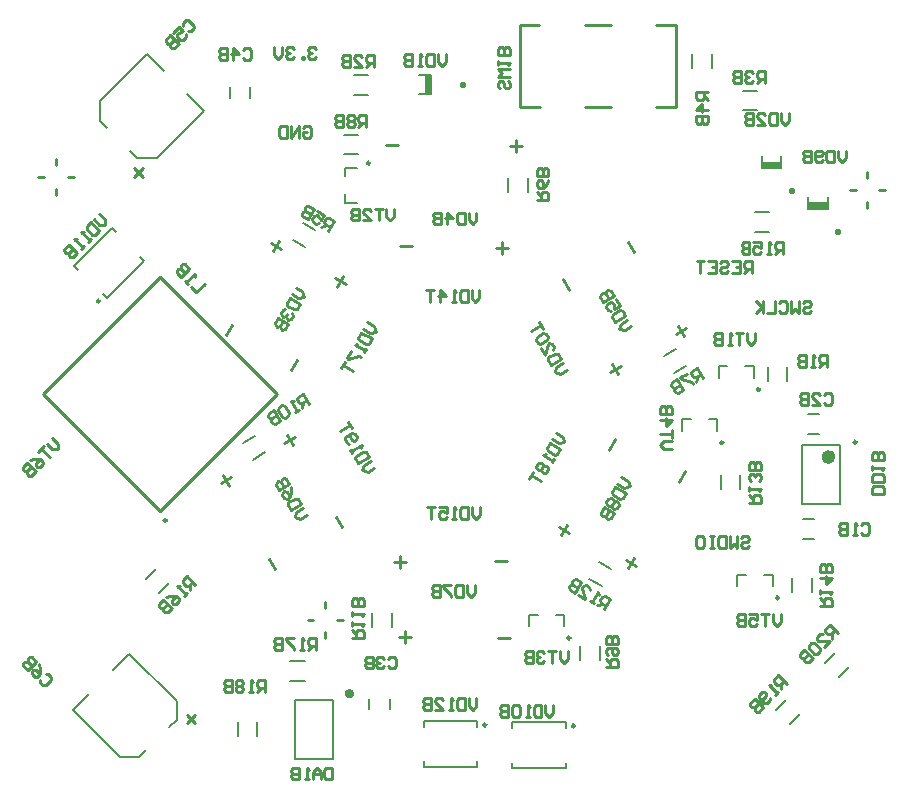
<source format=gbo>
G04*
G04 #@! TF.GenerationSoftware,Altium Limited,Altium Designer,19.1.9 (167)*
G04*
G04 Layer_Color=65280*
%FSLAX44Y44*%
%MOMM*%
G71*
G01*
G75*
%ADD10C,0.2500*%
%ADD11C,0.2000*%
%ADD12C,0.2540*%
%ADD14C,0.4000*%
%ADD15R,0.5500X1.6500*%
%ADD49C,0.6000*%
%ADD104R,1.6500X0.5500*%
D10*
X-242267Y-97621D02*
G03*
X-242267Y-97621I-1250J0D01*
G01*
X-298766Y88003D02*
G03*
X-298766Y88003I-1250J0D01*
G01*
X229000Y-31750D02*
G03*
X229000Y-31750I-1250J0D01*
G01*
X103250Y-271750D02*
G03*
X103250Y-271750I-1250J0D01*
G01*
X28250Y-270750D02*
G03*
X28250Y-270750I-1250J0D01*
G01*
X260000Y13250D02*
G03*
X260000Y13250I-1250J0D01*
G01*
X276000Y-163250D02*
G03*
X276000Y-163250I-1250J0D01*
G01*
X-70000Y204750D02*
G03*
X-70000Y204750I-1250J0D01*
G01*
X99500Y-197250D02*
G03*
X99500Y-197250I-1250J0D01*
G01*
X341750Y-31450D02*
G03*
X341750Y-31450I-1250J0D01*
G01*
D11*
X-321992Y-258477D02*
X-282040Y-298428D01*
X-321992Y-258477D02*
X-307849Y-244335D01*
X-288050Y-224536D02*
X-273908Y-210393D01*
X-233957Y-250345D01*
X-265776Y-298428D02*
X-259766Y-292418D01*
X-282040Y-298428D02*
X-265776D01*
X-233957Y-266608D02*
Y-250345D01*
X-239967Y-272619D02*
X-233957Y-266608D01*
X-298951Y257132D02*
X-259000Y297083D01*
X-244858Y282941D01*
X-225059Y263142D02*
X-210917Y249000D01*
X-250868Y209049D02*
X-210917Y249000D01*
X-298951Y240868D02*
X-292941Y234858D01*
X-298951Y240868D02*
Y257132D01*
X-267132Y209049D02*
X-250868D01*
X-273142Y215059D02*
X-267132Y209049D01*
X317250Y166250D02*
Y176250D01*
X300750Y166250D02*
Y176250D01*
Y166250D02*
X317250D01*
X-70750Y-257500D02*
Y-248500D01*
X-53250Y-257500D02*
Y-248500D01*
X255500Y146750D02*
X267500D01*
X255500Y163250D02*
X267500D01*
X-260076Y-147409D02*
X-251591Y-138924D01*
X-248409Y-159076D02*
X-239924Y-150591D01*
X-137500Y-216750D02*
X-125500D01*
X-137500Y-233250D02*
X-125500D01*
X-101500Y-299350D02*
X-101500Y-249350D01*
X-133500Y-249350D02*
X-133500Y-299350D01*
X-133500Y-249350D02*
X-101500Y-249350D01*
X-133500Y-299350D02*
X-101500D01*
X-293121Y90302D02*
X-261301Y122121D01*
X-320699Y117879D02*
X-288879Y149698D01*
X-296480Y93660D02*
X-293121Y90302D01*
X-264660Y125480D02*
X-261301Y122121D01*
X-320699Y117879D02*
X-317340Y114520D01*
X-288879Y149698D02*
X-285520Y146340D01*
X301000Y-24750D02*
X310000Y-24750D01*
X301000Y-7250D02*
X310000Y-7250D01*
X107750Y-216000D02*
Y-204000D01*
X124250Y-216000D02*
Y-204000D01*
X194000Y-12000D02*
X201250Y-12000D01*
X194000Y-22000D02*
Y-12000D01*
X216750Y-12000D02*
X224000Y-12000D01*
X224000Y-22000D02*
X224000Y-12000D01*
X303750Y-146250D02*
X303750Y-158250D01*
X287250Y-146250D02*
X287250Y-158250D01*
X50500Y-268500D02*
X95500D01*
X50500Y-307500D02*
X95500D01*
Y-273250D02*
Y-268500D01*
X50500Y-273250D02*
Y-268500D01*
X95500Y-307500D02*
Y-302750D01*
X50500Y-307500D02*
Y-302750D01*
X-24500Y-267500D02*
X20500D01*
X-24500Y-306500D02*
X20500Y-306500D01*
X20500Y-267500D02*
X20500Y-272250D01*
X-24500Y-272250D02*
Y-267500D01*
X20500Y-306500D02*
Y-301750D01*
X-24500Y-301750D02*
X-24500Y-306500D01*
X-182250Y-268000D02*
X-182250Y-280000D01*
X-165750Y-268000D02*
X-165750Y-280000D01*
X326591Y-230076D02*
X335076Y-221591D01*
X314924Y-218409D02*
X323409Y-209924D01*
X273924Y-258409D02*
X282409Y-249924D01*
X285591Y-270076D02*
X294076Y-261591D01*
X186929Y26855D02*
X197321Y32855D01*
X178679Y41145D02*
X189071Y47145D01*
X63250Y192000D02*
X63250Y180000D01*
X46750Y192000D02*
X46750Y180000D01*
X-127071Y154145D02*
X-116679Y148145D01*
X-135321Y139855D02*
X-124929Y133855D01*
X-169321Y-46145D02*
X-158929Y-40145D01*
X-177571Y-31855D02*
X-167179Y-25855D01*
X-51750Y-176000D02*
X-51750Y-188000D01*
X-68250Y-176000D02*
X-68250Y-188000D01*
X123929Y-132855D02*
X134321Y-138855D01*
X115679Y-147145D02*
X126071Y-153145D01*
X225000Y33000D02*
X232250Y33000D01*
X225000Y23000D02*
Y33000D01*
X247750Y33000D02*
X255000Y33000D01*
X255000Y23000D02*
X255000Y33000D01*
X283250Y20000D02*
X283250Y32000D01*
X266750D02*
X266750Y20000D01*
X241000Y-143500D02*
X248250Y-143500D01*
X241000Y-143500D02*
X241000Y-153500D01*
X263750Y-143500D02*
X271000Y-143500D01*
X271000Y-153500D02*
X271000Y-143500D01*
X-91000Y171000D02*
Y178250D01*
Y171000D02*
X-81000D01*
X-91000Y193750D02*
Y201000D01*
X-81000D01*
X-92250Y229000D02*
X-80250Y229000D01*
X-92250Y212500D02*
X-80250Y212500D01*
X226750Y-59000D02*
X226750Y-71000D01*
X243250Y-59000D02*
X243250Y-71000D01*
X64500Y-177500D02*
X71750Y-177500D01*
X64500Y-187500D02*
Y-177500D01*
X87250Y-177500D02*
X94500Y-177500D01*
X94500Y-187500D02*
X94500Y-177500D01*
X296000Y-84000D02*
X328000Y-84000D01*
X296000Y-34000D02*
X328000Y-34000D01*
X296000Y-84000D02*
X296000Y-34000D01*
X328000Y-84000D02*
X328000Y-34000D01*
X-171500Y269000D02*
X-171500Y260000D01*
X-189000Y269000D02*
X-189000Y260000D01*
X296500Y-96250D02*
X305500D01*
X296500Y-113750D02*
X305500D01*
X-84000Y262750D02*
X-72000Y262750D01*
X-84000Y279250D02*
X-72000Y279250D01*
X-18250Y279500D02*
X-18250Y263000D01*
X-28250Y263000D02*
X-18250Y263000D01*
X-28250Y279500D02*
X-18250Y279500D01*
X202750Y297000D02*
X202750Y285000D01*
X219250Y297000D02*
X219250Y285000D01*
X261750Y200750D02*
X278250D01*
X261750D02*
Y210750D01*
X278250Y200750D02*
Y210750D01*
X245500Y266250D02*
X257500Y266250D01*
X245500Y249750D02*
X257500Y249750D01*
D12*
X58000Y322000D02*
X73000Y322000D01*
X57000Y322000D02*
X58000D01*
X57000Y252000D02*
Y322000D01*
Y252000D02*
X74000D01*
X112000Y252000D02*
X134000D01*
X172000Y252000D02*
X189000D01*
Y322000D01*
X172000D02*
X189000D01*
X112000Y322000D02*
X134000D01*
X-248000Y107995D02*
X-149005Y9000D01*
X-248000Y-89995D02*
X-149005Y9000D01*
X-346995D02*
X-248000Y-89995D01*
X-346995Y9000D02*
X-248000Y107995D01*
X-123000Y-182000D02*
X-118000D01*
X-108000Y-197000D02*
Y-192000D01*
X-98000Y-182000D02*
X-93000D01*
X-108000Y-172000D02*
Y-167000D01*
X-351000Y193000D02*
X-346000D01*
X-336000Y178000D02*
Y183000D01*
X-326000Y193000D02*
X-321000D01*
X-336000Y203000D02*
Y208000D01*
X336000Y182000D02*
X341000D01*
X351000Y167000D02*
Y172000D01*
X361000Y182000D02*
X366000D01*
X351000Y192000D02*
Y197000D01*
X-225417Y-269251D02*
X-218235Y-262069D01*
X-218235Y-269251D02*
X-225417Y-262069D01*
X-269774Y200508D02*
X-262593Y193326D01*
X-269774Y193326D02*
X-262593Y200508D01*
X324240Y148390D02*
Y145851D01*
X326779D01*
Y148390D01*
X324240D01*
X48000Y-197383D02*
X37843D01*
X-35000Y-196383D02*
X-45157D01*
X-40078Y-191304D02*
Y-201461D01*
X196403Y-56191D02*
X191325Y-64987D01*
X153403Y-129191D02*
X148325Y-137987D01*
X146466Y-131050D02*
X155262Y-136128D01*
X148403Y138191D02*
X153481Y129395D01*
X190403Y67191D02*
X195481Y58395D01*
X188544Y60254D02*
X197340Y65332D01*
X-57000Y220382D02*
X-46843D01*
X48000Y219382D02*
X58157D01*
X53078Y214304D02*
Y224461D01*
X-192403Y59191D02*
X-187325Y67987D01*
X-152403Y130191D02*
X-147325Y138987D01*
X-145466Y132050D02*
X-154262Y137128D01*
X-150403Y-139191D02*
X-155481Y-130395D01*
X-189403Y-68191D02*
X-194481Y-59395D01*
X-187544Y-61254D02*
X-196340Y-66332D01*
X253000Y112000D02*
Y121997D01*
X248002D01*
X246336Y120331D01*
Y116998D01*
X248002Y115332D01*
X253000D01*
X249668D02*
X246336Y112000D01*
X236339Y121997D02*
X243003D01*
Y112000D01*
X236339D01*
X243003Y116998D02*
X239671D01*
X226342Y120331D02*
X228008Y121997D01*
X231340D01*
X233006Y120331D01*
Y118665D01*
X231340Y116998D01*
X228008D01*
X226342Y115332D01*
Y113666D01*
X228008Y112000D01*
X231340D01*
X233006Y113666D01*
X216345Y121997D02*
X223010D01*
Y112000D01*
X216345D01*
X223010Y116998D02*
X219677D01*
X213013Y121997D02*
X206348D01*
X209681D01*
Y112000D01*
X296336Y86331D02*
X298002Y87997D01*
X301334D01*
X303000Y86331D01*
Y84664D01*
X301334Y82998D01*
X298002D01*
X296336Y81332D01*
Y79666D01*
X298002Y78000D01*
X301334D01*
X303000Y79666D01*
X293003Y87997D02*
Y78000D01*
X289671Y81332D01*
X286339Y78000D01*
Y87997D01*
X276342Y86331D02*
X278008Y87997D01*
X281340D01*
X283006Y86331D01*
Y79666D01*
X281340Y78000D01*
X278008D01*
X276342Y79666D01*
X273010Y87997D02*
Y78000D01*
X266345D01*
X263013Y87997D02*
Y78000D01*
Y81332D01*
X256348Y87997D01*
X261347Y82998D01*
X256348Y78000D01*
X244335Y-112669D02*
X246002Y-111003D01*
X249334D01*
X251000Y-112669D01*
Y-114335D01*
X249334Y-116002D01*
X246002D01*
X244335Y-117668D01*
Y-119334D01*
X246002Y-121000D01*
X249334D01*
X251000Y-119334D01*
X241003Y-111003D02*
Y-121000D01*
X237671Y-117668D01*
X234339Y-121000D01*
Y-111003D01*
X231006D02*
Y-121000D01*
X226008D01*
X224342Y-119334D01*
Y-112669D01*
X226008Y-111003D01*
X231006D01*
X221010D02*
X217677D01*
X219343D01*
Y-121000D01*
X221010D01*
X217677D01*
X207681Y-111003D02*
X211013D01*
X212679Y-112669D01*
Y-119334D01*
X211013Y-121000D01*
X207681D01*
X206014Y-119334D01*
Y-112669D01*
X207681Y-111003D01*
X135153Y34691D02*
X140231Y25895D01*
X133294Y27754D02*
X142090Y32832D01*
X92903Y106441D02*
X97981Y97645D01*
X96903Y-101191D02*
X91825Y-109987D01*
X89966Y-103050D02*
X98762Y-108128D01*
X137153Y-28941D02*
X132075Y-37737D01*
X-39500Y-132882D02*
X-49657D01*
X-44578Y-127804D02*
Y-137961D01*
X46000Y-131882D02*
X35843D01*
X-135653Y-34191D02*
X-140731Y-25395D01*
X-133794Y-27254D02*
X-142590Y-32332D01*
X-94153Y-103691D02*
X-99231Y-94895D01*
X-97653Y100191D02*
X-92575Y108987D01*
X-90716Y102050D02*
X-99512Y107128D01*
X-136653Y29441D02*
X-131575Y38237D01*
X36750Y133132D02*
X46907D01*
X41828Y128054D02*
Y138211D01*
X-44750Y134633D02*
X-34593D01*
X7000Y270000D02*
X9539D01*
Y272539D01*
X7000D01*
Y270000D01*
X285240Y182890D02*
Y180351D01*
X287779D01*
Y182890D01*
X285240D01*
X-116000Y301581D02*
X-117666Y303247D01*
X-120998D01*
X-122664Y301581D01*
Y299914D01*
X-120998Y298248D01*
X-119332D01*
X-120998D01*
X-122664Y296582D01*
Y294916D01*
X-120998Y293250D01*
X-117666D01*
X-116000Y294916D01*
X-125997Y293250D02*
Y294916D01*
X-127663D01*
Y293250D01*
X-125997D01*
X-134327Y301581D02*
X-135994Y303247D01*
X-139326D01*
X-140992Y301581D01*
Y299914D01*
X-139326Y298248D01*
X-137660D01*
X-139326D01*
X-140992Y296582D01*
Y294916D01*
X-139326Y293250D01*
X-135994D01*
X-134327Y294916D01*
X-144324Y303247D02*
Y296582D01*
X-147656Y293250D01*
X-150989Y296582D01*
Y303247D01*
X-127164Y234581D02*
X-125498Y236247D01*
X-122166D01*
X-120500Y234581D01*
Y227916D01*
X-122166Y226250D01*
X-125498D01*
X-127164Y227916D01*
Y231248D01*
X-123832D01*
X-130497Y226250D02*
Y236247D01*
X-137161Y226250D01*
Y236247D01*
X-140494D02*
Y226250D01*
X-145492D01*
X-147158Y227916D01*
Y234581D01*
X-145492Y236247D01*
X-140494D01*
X-228603Y321178D02*
Y323534D01*
X-226247Y325891D01*
X-223891D01*
X-219178Y321178D01*
Y318822D01*
X-221534Y316466D01*
X-223891D01*
X-236850Y315287D02*
X-232138Y320000D01*
X-228603Y316466D01*
X-232138Y315287D01*
X-233316Y314109D01*
Y311753D01*
X-230959Y309397D01*
X-228603D01*
X-226247Y311753D01*
Y314109D01*
X-239206Y312931D02*
X-232138Y305862D01*
X-235672Y302328D01*
X-238028Y302328D01*
X-239206Y303506D01*
X-239206Y305862D01*
X-235672Y309397D01*
X-239206Y305862D01*
X-241563D01*
X-242741Y307041D01*
X-242741Y309397D01*
X-239206Y312931D01*
X46331Y274664D02*
X47997Y272998D01*
Y269666D01*
X46331Y268000D01*
X44665D01*
X42998Y269666D01*
Y272998D01*
X41332Y274664D01*
X39666D01*
X38000Y272998D01*
Y269666D01*
X39666Y268000D01*
X47997Y277997D02*
X38000D01*
X41332Y281329D01*
X38000Y284661D01*
X47997D01*
X38000Y287994D02*
Y291326D01*
Y289660D01*
X47997D01*
X46331Y287994D01*
X47997Y296324D02*
X38000D01*
Y301323D01*
X39666Y302989D01*
X41332D01*
X42998Y301323D01*
Y296324D01*
Y301323D01*
X44665Y302989D01*
X46331D01*
X47997Y301323D01*
Y296324D01*
X-339069Y-27931D02*
X-334356Y-32644D01*
Y-37356D01*
X-339069D01*
X-343781Y-32644D01*
X-346138Y-35000D02*
X-350850Y-39713D01*
X-348494Y-37356D01*
X-341425Y-44425D01*
X-357919Y-46781D02*
X-354384Y-45603D01*
X-349672D01*
X-347316Y-47959D01*
Y-50316D01*
X-349672Y-52672D01*
X-352028Y-52672D01*
X-353206Y-51494D01*
X-353206Y-49138D01*
X-349672Y-45603D01*
X-360275Y-49138D02*
X-353206Y-56206D01*
X-356741Y-59741D01*
X-359097Y-59741D01*
X-360275Y-58563D01*
Y-56206D01*
X-356741Y-52672D01*
X-360275Y-56206D01*
X-362631D01*
X-363810Y-55028D01*
X-363810Y-52672D01*
X-360275Y-49138D01*
X333000Y215497D02*
Y208832D01*
X329668Y205500D01*
X326335Y208832D01*
Y215497D01*
X323003D02*
Y205500D01*
X318005D01*
X316339Y207166D01*
Y213831D01*
X318005Y215497D01*
X323003D01*
X313006Y207166D02*
X311340Y205500D01*
X308008D01*
X306342Y207166D01*
Y213831D01*
X308008Y215497D01*
X311340D01*
X313006Y213831D01*
Y212164D01*
X311340Y210498D01*
X306342D01*
X303010Y215497D02*
Y205500D01*
X298011D01*
X296345Y207166D01*
Y208832D01*
X298011Y210498D01*
X303010D01*
X298011D01*
X296345Y212164D01*
Y213831D01*
X298011Y215497D01*
X303010D01*
X-116000Y-207000D02*
Y-197003D01*
X-120998D01*
X-122664Y-198669D01*
Y-202002D01*
X-120998Y-203668D01*
X-116000D01*
X-119332D02*
X-122664Y-207000D01*
X-125997D02*
X-129329D01*
X-127663D01*
Y-197003D01*
X-125997Y-198669D01*
X-134327Y-197003D02*
X-140992D01*
Y-198669D01*
X-134327Y-205334D01*
Y-207000D01*
X-144324Y-197003D02*
Y-207000D01*
X-149323D01*
X-150989Y-205334D01*
Y-203668D01*
X-149323Y-202002D01*
X-144324D01*
X-149323D01*
X-150989Y-200336D01*
Y-198669D01*
X-149323Y-197003D01*
X-144324D01*
X-218000Y-152000D02*
X-225069Y-144931D01*
X-228603Y-148466D01*
Y-150822D01*
X-226247Y-153178D01*
X-223891D01*
X-220356Y-149644D01*
X-222712Y-152000D02*
Y-156713D01*
X-225069Y-159069D02*
X-227425Y-161425D01*
X-226247Y-160247D01*
X-233316Y-153178D01*
X-230959D01*
X-242741Y-162603D02*
X-239206Y-161425D01*
X-234494D01*
X-232138Y-163781D01*
Y-166138D01*
X-234494Y-168494D01*
X-236850Y-168494D01*
X-238028Y-167316D01*
X-238028Y-164959D01*
X-234494Y-161425D01*
X-245097Y-164959D02*
X-238028Y-172028D01*
X-241563Y-175563D01*
X-243919Y-175563D01*
X-245097Y-174384D01*
X-245097Y-172028D01*
X-241563Y-168494D01*
X-245097Y-172028D01*
X-247453D01*
X-248631Y-170850D01*
Y-168494D01*
X-245097Y-164959D01*
X279500Y128000D02*
Y137997D01*
X274502D01*
X272836Y136331D01*
Y132998D01*
X274502Y131332D01*
X279500D01*
X276168D02*
X272836Y128000D01*
X269503D02*
X266171D01*
X267837D01*
Y137997D01*
X269503Y136331D01*
X254508Y137997D02*
X261173D01*
Y132998D01*
X257840Y134664D01*
X256174D01*
X254508Y132998D01*
Y129666D01*
X256174Y128000D01*
X259506D01*
X261173Y129666D01*
X251176Y137997D02*
Y128000D01*
X246177D01*
X244511Y129666D01*
Y131332D01*
X246177Y132998D01*
X251176D01*
X246177D01*
X244511Y134664D01*
Y136331D01*
X246177Y137997D01*
X251176D01*
X-54665Y-214669D02*
X-52998Y-213003D01*
X-49666D01*
X-48000Y-214669D01*
Y-221334D01*
X-49666Y-223000D01*
X-52998D01*
X-54665Y-221334D01*
X-57997Y-214669D02*
X-59663Y-213003D01*
X-62995D01*
X-64661Y-214669D01*
Y-216336D01*
X-62995Y-218002D01*
X-61329D01*
X-62995D01*
X-64661Y-219668D01*
Y-221334D01*
X-62995Y-223000D01*
X-59663D01*
X-57997Y-221334D01*
X-67994Y-213003D02*
Y-223000D01*
X-72992D01*
X-74658Y-221334D01*
Y-219668D01*
X-72992Y-218002D01*
X-67994D01*
X-72992D01*
X-74658Y-216336D01*
Y-214669D01*
X-72992Y-213003D01*
X-67994D01*
X345336Y-101669D02*
X347002Y-100003D01*
X350334D01*
X352000Y-101669D01*
Y-108334D01*
X350334Y-110000D01*
X347002D01*
X345336Y-108334D01*
X342003Y-110000D02*
X338671D01*
X340337D01*
Y-100003D01*
X342003Y-101669D01*
X333673Y-100003D02*
Y-110000D01*
X328674D01*
X327008Y-108334D01*
Y-106668D01*
X328674Y-105002D01*
X333673D01*
X328674D01*
X327008Y-103336D01*
Y-101669D01*
X328674Y-100003D01*
X333673D01*
X314335Y8331D02*
X316002Y9997D01*
X319334D01*
X321000Y8331D01*
Y1666D01*
X319334Y0D01*
X316002D01*
X314335Y1666D01*
X304339Y0D02*
X311003D01*
X304339Y6665D01*
Y8331D01*
X306005Y9997D01*
X309337D01*
X311003Y8331D01*
X301006Y9997D02*
Y0D01*
X296008D01*
X294342Y1666D01*
Y3332D01*
X296008Y4998D01*
X301006D01*
X296008D01*
X294342Y6665D01*
Y8331D01*
X296008Y9997D01*
X301006D01*
X-344730Y-227873D02*
X-342374D01*
X-340018Y-230230D01*
Y-232586D01*
X-344730Y-237299D01*
X-347086D01*
X-349442Y-234942D01*
Y-232586D01*
X-350621Y-219627D02*
X-349442Y-223161D01*
Y-227873D01*
X-351799Y-230230D01*
X-354155D01*
X-356511Y-227873D01*
Y-225517D01*
X-355333Y-224339D01*
X-352977Y-224339D01*
X-349442Y-227873D01*
X-352977Y-217270D02*
X-360046Y-224339D01*
X-363580Y-220805D01*
X-363580Y-218448D01*
X-362402Y-217270D01*
X-360046Y-217270D01*
X-356511Y-220805D01*
X-360046Y-217270D01*
Y-214914D01*
X-358868Y-213736D01*
X-356511Y-213736D01*
X-352977Y-217270D01*
X-102000Y-307003D02*
Y-317000D01*
X-106998D01*
X-108665Y-315334D01*
Y-308669D01*
X-106998Y-307003D01*
X-102000D01*
X-111997Y-317000D02*
Y-310336D01*
X-115329Y-307003D01*
X-118661Y-310336D01*
Y-317000D01*
Y-312002D01*
X-111997D01*
X-121994Y-317000D02*
X-125326D01*
X-123660D01*
Y-307003D01*
X-121994Y-308669D01*
X-130324Y-307003D02*
Y-317000D01*
X-135323D01*
X-136989Y-315334D01*
Y-313668D01*
X-135323Y-312002D01*
X-130324D01*
X-135323D01*
X-136989Y-310336D01*
Y-308669D01*
X-135323Y-307003D01*
X-130324D01*
X-210181Y102569D02*
X-217250Y95500D01*
X-221963Y100212D01*
X-224319Y102569D02*
X-226675Y104925D01*
X-225497Y103747D01*
X-218428Y110816D01*
Y108459D01*
X-223141Y115528D02*
X-230209Y108459D01*
X-233744Y111994D01*
X-233744Y114350D01*
X-232566Y115528D01*
X-230209Y115528D01*
X-226675Y111994D01*
X-230209Y115528D01*
Y117885D01*
X-229031Y119063D01*
X-226675Y119063D01*
X-223141Y115528D01*
X317000Y32000D02*
Y41997D01*
X312002D01*
X310336Y40331D01*
Y36998D01*
X312002Y35332D01*
X317000D01*
X313668D02*
X310336Y32000D01*
X307003D02*
X303671D01*
X305337D01*
Y41997D01*
X307003Y40331D01*
X298673Y41997D02*
Y32000D01*
X293674D01*
X292008Y33666D01*
Y35332D01*
X293674Y36998D01*
X298673D01*
X293674D01*
X292008Y38665D01*
Y40331D01*
X293674Y41997D01*
X298673D01*
X-105638Y147544D02*
X-100639Y156201D01*
X-104968Y158701D01*
X-107244Y158091D01*
X-108910Y155205D01*
X-108301Y152929D01*
X-103972Y150430D01*
X-106858Y152096D02*
X-111410Y150876D01*
X-115069Y164532D02*
X-109297Y161200D01*
X-111796Y156871D01*
X-113849Y159980D01*
X-115292Y160813D01*
X-117568Y160203D01*
X-119234Y157318D01*
X-118624Y155042D01*
X-115738Y153376D01*
X-113462Y153985D01*
X-117955Y166198D02*
X-122953Y157541D01*
X-127282Y160040D01*
X-127891Y162316D01*
X-127058Y163759D01*
X-124782Y164369D01*
X-120454Y161870D01*
X-124782Y164369D01*
X-125392Y166645D01*
X-124559Y168088D01*
X-122283Y168697D01*
X-117955Y166198D01*
X71000Y174000D02*
X80997D01*
Y178998D01*
X79331Y180665D01*
X75998D01*
X74332Y178998D01*
Y174000D01*
Y177332D02*
X71000Y180665D01*
X80997Y190661D02*
X79331Y187329D01*
X75998Y183997D01*
X72666D01*
X71000Y185663D01*
Y188995D01*
X72666Y190661D01*
X74332D01*
X75998Y188995D01*
Y183997D01*
X80997Y193994D02*
X71000D01*
Y198992D01*
X72666Y200658D01*
X74332D01*
X75998Y198992D01*
Y193994D01*
Y198992D01*
X77664Y200658D01*
X79331D01*
X80997Y198992D01*
Y193994D01*
X212000Y23000D02*
X207002Y31658D01*
X202673Y29158D01*
X202063Y26882D01*
X203729Y23997D01*
X206005Y23387D01*
X210334Y25886D01*
X207448Y24220D02*
X206228Y19668D01*
X198344Y26659D02*
X192572Y23327D01*
X193406Y21884D01*
X202509Y19445D01*
X203342Y18002D01*
X189687Y21661D02*
X194685Y13003D01*
X190356Y10504D01*
X188080Y11114D01*
X187247Y12557D01*
X187857Y14833D01*
X192186Y17332D01*
X187857Y14833D01*
X185581Y15443D01*
X184748Y16885D01*
X185358Y19161D01*
X189687Y21661D01*
X-73250Y235750D02*
Y245747D01*
X-78248D01*
X-79914Y244081D01*
Y240748D01*
X-78248Y239082D01*
X-73250D01*
X-76582D02*
X-79914Y235750D01*
X-83247Y244081D02*
X-84913Y245747D01*
X-88245D01*
X-89911Y244081D01*
Y242414D01*
X-88245Y240748D01*
X-89911Y239082D01*
Y237416D01*
X-88245Y235750D01*
X-84913D01*
X-83247Y237416D01*
Y239082D01*
X-84913Y240748D01*
X-83247Y242414D01*
Y244081D01*
X-84913Y240748D02*
X-88245D01*
X-93244Y245747D02*
Y235750D01*
X-98242D01*
X-99908Y237416D01*
Y239082D01*
X-98242Y240748D01*
X-93244D01*
X-98242D01*
X-99908Y242414D01*
Y244081D01*
X-98242Y245747D01*
X-93244D01*
X130000Y-222000D02*
X139997D01*
Y-217002D01*
X138331Y-215336D01*
X134998D01*
X133332Y-217002D01*
Y-222000D01*
Y-218668D02*
X130000Y-215336D01*
X131666Y-212003D02*
X130000Y-210337D01*
Y-207005D01*
X131666Y-205339D01*
X138331D01*
X139997Y-207005D01*
Y-210337D01*
X138331Y-212003D01*
X136664D01*
X134998Y-210337D01*
Y-205339D01*
X139997Y-202006D02*
X130000D01*
Y-197008D01*
X131666Y-195342D01*
X133332D01*
X134998Y-197008D01*
Y-202006D01*
Y-197008D01*
X136664Y-195342D01*
X138331D01*
X139997Y-197008D01*
Y-202006D01*
X-122000Y1000D02*
X-126998Y9657D01*
X-131327Y7158D01*
X-131937Y4882D01*
X-130271Y1997D01*
X-127995Y1387D01*
X-123666Y3886D01*
X-126552Y2220D02*
X-127772Y-2332D01*
X-130658Y-3998D02*
X-133543Y-5664D01*
X-132100Y-4832D01*
X-137099Y3826D01*
X-134823Y3216D01*
X-142037Y-949D02*
X-144313Y-339D01*
X-147199Y-2005D01*
X-147809Y-4281D01*
X-144477Y-10053D01*
X-142201Y-10663D01*
X-139315Y-8997D01*
X-138705Y-6721D01*
X-142037Y-949D01*
X-151528Y-4505D02*
X-146530Y-13162D01*
X-150858Y-15661D01*
X-153134Y-15051D01*
X-153967Y-13608D01*
X-153357Y-11333D01*
X-149029Y-8833D01*
X-153357Y-11333D01*
X-155633Y-10723D01*
X-156466Y-9280D01*
X-155857Y-7004D01*
X-151528Y-4505D01*
X-85000Y-197000D02*
X-75003D01*
Y-192002D01*
X-76669Y-190336D01*
X-80002D01*
X-81668Y-192002D01*
Y-197000D01*
Y-193668D02*
X-85000Y-190336D01*
Y-187003D02*
Y-183671D01*
Y-185337D01*
X-75003D01*
X-76669Y-187003D01*
X-85000Y-178673D02*
Y-175340D01*
Y-177006D01*
X-75003D01*
X-76669Y-178673D01*
X-75003Y-170342D02*
X-85000D01*
Y-165344D01*
X-83334Y-163677D01*
X-81668D01*
X-80002Y-165344D01*
Y-170342D01*
Y-165344D01*
X-78335Y-163677D01*
X-76669D01*
X-75003Y-165344D01*
Y-170342D01*
X128000Y-173000D02*
X132998Y-164342D01*
X128670Y-161843D01*
X126394Y-162453D01*
X124728Y-165339D01*
X125337Y-167615D01*
X129666Y-170114D01*
X126780Y-168448D02*
X122228Y-169668D01*
X119343Y-168002D02*
X116457Y-166336D01*
X117900Y-167169D01*
X122898Y-158511D01*
X123508Y-160787D01*
X106356Y-160504D02*
X112128Y-163836D01*
X109689Y-154732D01*
X110522Y-153289D01*
X112798Y-152680D01*
X115683Y-154346D01*
X116293Y-156622D01*
X108469Y-150180D02*
X103471Y-158838D01*
X99142Y-156339D01*
X98532Y-154063D01*
X99365Y-152620D01*
X101641Y-152010D01*
X105970Y-154509D01*
X101641Y-152010D01*
X101031Y-149734D01*
X101864Y-148291D01*
X104140Y-147681D01*
X108469Y-150180D01*
X251000Y-83000D02*
X260997D01*
Y-78002D01*
X259331Y-76336D01*
X255998D01*
X254332Y-78002D01*
Y-83000D01*
Y-79668D02*
X251000Y-76336D01*
Y-73003D02*
Y-69671D01*
Y-71337D01*
X260997D01*
X259331Y-73003D01*
Y-64673D02*
X260997Y-63007D01*
Y-59674D01*
X259331Y-58008D01*
X257665D01*
X255998Y-59674D01*
Y-61340D01*
Y-59674D01*
X254332Y-58008D01*
X252666D01*
X251000Y-59674D01*
Y-63007D01*
X252666Y-64673D01*
X260997Y-54676D02*
X251000D01*
Y-49677D01*
X252666Y-48011D01*
X254332D01*
X255998Y-49677D01*
Y-54676D01*
Y-49677D01*
X257665Y-48011D01*
X259331D01*
X260997Y-49677D01*
Y-54676D01*
X311000Y-170000D02*
X320997D01*
Y-165002D01*
X319331Y-163335D01*
X315998D01*
X314332Y-165002D01*
Y-170000D01*
Y-166668D02*
X311000Y-163335D01*
Y-160003D02*
Y-156671D01*
Y-158337D01*
X320997D01*
X319331Y-160003D01*
X311000Y-146674D02*
X320997D01*
X315998Y-151673D01*
Y-145008D01*
X320997Y-141676D02*
X311000D01*
Y-136677D01*
X312666Y-135011D01*
X314332D01*
X315998Y-136677D01*
Y-141676D01*
Y-136677D01*
X317665Y-135011D01*
X319331D01*
X320997Y-136677D01*
Y-141676D01*
X282586Y-235958D02*
X275517Y-228890D01*
X271983Y-232424D01*
Y-234780D01*
X274339Y-237136D01*
X276695D01*
X280229Y-233602D01*
X277873Y-235958D02*
Y-240671D01*
X275517Y-243027D02*
X273161Y-245383D01*
X274339Y-244205D01*
X267270Y-237136D01*
X269626D01*
X268448Y-247740D02*
Y-250096D01*
X266092Y-252452D01*
X263736Y-252452D01*
X259023Y-247740D01*
X259023Y-245383D01*
X261379Y-243027D01*
X263736D01*
X264914Y-244205D01*
X264914Y-246562D01*
X261379Y-250096D01*
X255489Y-248918D02*
X262558Y-255987D01*
X259023Y-259521D01*
X256667Y-259521D01*
X255489Y-258343D01*
X255489Y-255987D01*
X259023Y-252452D01*
X255489Y-255987D01*
X253132D01*
X251954Y-254809D01*
Y-252452D01*
X255489Y-248918D01*
X-159000Y-243000D02*
Y-233003D01*
X-163998D01*
X-165665Y-234669D01*
Y-238002D01*
X-163998Y-239668D01*
X-159000D01*
X-162332D02*
X-165665Y-243000D01*
X-168997D02*
X-172329D01*
X-170663D01*
Y-233003D01*
X-168997Y-234669D01*
X-177327D02*
X-178994Y-233003D01*
X-182326D01*
X-183992Y-234669D01*
Y-236336D01*
X-182326Y-238002D01*
X-183992Y-239668D01*
Y-241334D01*
X-182326Y-243000D01*
X-178994D01*
X-177327Y-241334D01*
Y-239668D01*
X-178994Y-238002D01*
X-177327Y-236336D01*
Y-234669D01*
X-178994Y-238002D02*
X-182326D01*
X-187324Y-233003D02*
Y-243000D01*
X-192323D01*
X-193989Y-241334D01*
Y-239668D01*
X-192323Y-238002D01*
X-187324D01*
X-192323D01*
X-193989Y-236336D01*
Y-234669D01*
X-192323Y-233003D01*
X-187324D01*
X326000Y-193000D02*
X318931Y-185931D01*
X315397Y-189466D01*
Y-191822D01*
X317753Y-194178D01*
X320109D01*
X323644Y-190644D01*
X321287Y-193000D02*
Y-197712D01*
X314219Y-204781D02*
X318931Y-200069D01*
X309506D01*
X308328Y-198891D01*
X308328Y-196534D01*
X310684Y-194178D01*
X313041D01*
X305972Y-201247D02*
X303615D01*
X301259Y-203603D01*
X301259Y-205959D01*
X305972Y-210672D01*
X308328Y-210672D01*
X310684Y-208316D01*
Y-205959D01*
X305972Y-201247D01*
X297725Y-207138D02*
X304794Y-214206D01*
X301259Y-217741D01*
X298903Y-217741D01*
X297725Y-216563D01*
Y-214206D01*
X301259Y-210672D01*
X297725Y-214206D01*
X295369D01*
X294191Y-213028D01*
X294190Y-210672D01*
X297725Y-207138D01*
X22500Y97497D02*
Y90832D01*
X19168Y87500D01*
X15835Y90832D01*
Y97497D01*
X12503D02*
Y87500D01*
X7505D01*
X5839Y89166D01*
Y95831D01*
X7505Y97497D01*
X12503D01*
X2506Y87500D02*
X-826D01*
X840D01*
Y97497D01*
X2506Y95831D01*
X-10823Y87500D02*
Y97497D01*
X-5824Y92498D01*
X-12489D01*
X-15821Y97497D02*
X-22485D01*
X-19153D01*
Y87500D01*
X-133158Y99498D02*
X-127386Y96166D01*
X-126166Y91614D01*
X-130718Y90394D01*
X-136490Y93727D01*
X-138156Y90841D02*
X-129498Y85843D01*
X-131998Y81514D01*
X-134274Y80904D01*
X-140045Y84236D01*
X-140655Y86512D01*
X-138156Y90841D01*
X-141711Y81350D02*
X-143987Y80740D01*
X-145653Y77855D01*
X-145044Y75579D01*
X-143601Y74746D01*
X-141325Y75356D01*
X-140492Y76798D01*
X-141325Y75356D01*
X-140715Y73080D01*
X-139272Y72246D01*
X-136996Y72856D01*
X-135330Y75742D01*
X-135940Y78018D01*
X-148153Y73526D02*
X-139495Y68528D01*
X-141994Y64199D01*
X-144270Y63589D01*
X-145713Y64422D01*
X-146323Y66698D01*
X-143824Y71027D01*
X-146323Y66698D01*
X-148599Y66088D01*
X-150042Y66921D01*
X-150652Y69197D01*
X-148153Y73526D01*
X23000Y-86753D02*
Y-93418D01*
X19668Y-96750D01*
X16336Y-93418D01*
Y-86753D01*
X13003D02*
Y-96750D01*
X8005D01*
X6339Y-95084D01*
Y-88419D01*
X8005Y-86753D01*
X13003D01*
X3006Y-96750D02*
X-326D01*
X1340D01*
Y-86753D01*
X3006Y-88419D01*
X-11989Y-86753D02*
X-5324D01*
Y-91752D01*
X-8656Y-90085D01*
X-10323D01*
X-11989Y-91752D01*
Y-95084D01*
X-10323Y-96750D01*
X-6990D01*
X-5324Y-95084D01*
X-15321Y-86753D02*
X-21985D01*
X-18653D01*
Y-96750D01*
X20000Y162997D02*
Y156332D01*
X16668Y153000D01*
X13335Y156332D01*
Y162997D01*
X10003D02*
Y153000D01*
X5005D01*
X3339Y154666D01*
Y161331D01*
X5005Y162997D01*
X10003D01*
X-4992Y153000D02*
Y162997D01*
X7Y157998D01*
X-6658D01*
X-9990Y162997D02*
Y153000D01*
X-14989D01*
X-16655Y154666D01*
Y156332D01*
X-14989Y157998D01*
X-9990D01*
X-14989D01*
X-16655Y159664D01*
Y161331D01*
X-14989Y162997D01*
X-9990D01*
X151158Y66498D02*
X145386Y63166D01*
X140834Y64386D01*
X142054Y68938D01*
X147825Y72270D01*
X146159Y75156D02*
X137502Y70157D01*
X135002Y74486D01*
X135612Y76762D01*
X141384Y80094D01*
X143660Y79485D01*
X146159Y75156D01*
X137828Y89585D02*
X141161Y83813D01*
X136832Y81314D01*
X136609Y85033D01*
X135776Y86476D01*
X133500Y87086D01*
X130614Y85420D01*
X130004Y83144D01*
X131670Y80258D01*
X133946Y79648D01*
X136162Y92471D02*
X127505Y87472D01*
X125006Y91801D01*
X125616Y94077D01*
X127058Y94910D01*
X129334Y94300D01*
X131834Y89972D01*
X129334Y94300D01*
X129944Y96576D01*
X131387Y97409D01*
X133663Y96799D01*
X136162Y92471D01*
X-72407Y69998D02*
X-66636Y66666D01*
X-65416Y62114D01*
X-69968Y60894D01*
X-75740Y64227D01*
X-77406Y61341D02*
X-68748Y56343D01*
X-71248Y52014D01*
X-73524Y51404D01*
X-79295Y54736D01*
X-79905Y57012D01*
X-77406Y61341D01*
X-73747Y47685D02*
X-75413Y44799D01*
X-74580Y46242D01*
X-83237Y51241D01*
X-80961Y51850D01*
X-86570Y45469D02*
X-89902Y39697D01*
X-88459Y38864D01*
X-79355Y41304D01*
X-77912Y40470D01*
X-91568Y36811D02*
X-94900Y31040D01*
X-93234Y33926D01*
X-84577Y28927D01*
X-123593Y-92752D02*
X-129364Y-96084D01*
X-133916Y-94864D01*
X-132696Y-90312D01*
X-126925Y-86980D01*
X-128591Y-84094D02*
X-137248Y-89093D01*
X-139748Y-84764D01*
X-139138Y-82488D01*
X-133366Y-79156D01*
X-131090Y-79765D01*
X-128591Y-84094D01*
X-136922Y-69665D02*
X-136698Y-73384D01*
X-137918Y-77936D01*
X-140804Y-79602D01*
X-143080Y-78992D01*
X-144746Y-76106D01*
X-144136Y-73830D01*
X-142693Y-72997D01*
X-140417Y-73607D01*
X-137918Y-77936D01*
X-138588Y-66779D02*
X-147245Y-71778D01*
X-149744Y-67449D01*
X-149135Y-65173D01*
X-147692Y-64340D01*
X-145416Y-64950D01*
X-142916Y-69278D01*
X-145416Y-64950D01*
X-144806Y-62674D01*
X-143363Y-61841D01*
X-141087Y-62450D01*
X-138588Y-66779D01*
X87211Y-23363D02*
X92983Y-26695D01*
X94203Y-31247D01*
X89651Y-32467D01*
X83879Y-29134D01*
X82213Y-32020D02*
X90870Y-37019D01*
X88371Y-41347D01*
X86095Y-41957D01*
X80324Y-38625D01*
X79714Y-36349D01*
X82213Y-32020D01*
X85872Y-45676D02*
X84206Y-48562D01*
X85039Y-47119D01*
X76382Y-42121D01*
X78657Y-41511D01*
X74492Y-48725D02*
X72216Y-49335D01*
X70550Y-52221D01*
X71160Y-54497D01*
X72603Y-55330D01*
X74879Y-54720D01*
X75489Y-56996D01*
X76932Y-57829D01*
X79208Y-57219D01*
X80874Y-54334D01*
X80264Y-52057D01*
X78821Y-51224D01*
X76545Y-51834D01*
X75935Y-49558D01*
X74492Y-48725D01*
X76545Y-51834D02*
X74879Y-54720D01*
X68051Y-56550D02*
X64719Y-62321D01*
X66385Y-59436D01*
X75042Y-64434D01*
X18750Y-152503D02*
Y-159168D01*
X15418Y-162500D01*
X12085Y-159168D01*
Y-152503D01*
X8753D02*
Y-162500D01*
X3755D01*
X2089Y-160834D01*
Y-154169D01*
X3755Y-152503D01*
X8753D01*
X-1244D02*
X-7908D01*
Y-154169D01*
X-1244Y-160834D01*
Y-162500D01*
X-11240Y-152503D02*
Y-162500D01*
X-16239D01*
X-17905Y-160834D01*
Y-159168D01*
X-16239Y-157502D01*
X-11240D01*
X-16239D01*
X-17905Y-155836D01*
Y-154169D01*
X-16239Y-152503D01*
X-11240D01*
X-66343Y-53002D02*
X-72114Y-56334D01*
X-76666Y-55114D01*
X-75446Y-50562D01*
X-69675Y-47230D01*
X-71341Y-44344D02*
X-79998Y-49342D01*
X-82498Y-45014D01*
X-81888Y-42738D01*
X-76116Y-39406D01*
X-73840Y-40015D01*
X-71341Y-44344D01*
X-84997Y-40685D02*
X-86663Y-37799D01*
X-85830Y-39242D01*
X-77172Y-34244D01*
X-77782Y-36520D01*
X-87719Y-32638D02*
X-89995Y-32028D01*
X-91661Y-29142D01*
X-91051Y-26866D01*
X-85280Y-23534D01*
X-83004Y-24143D01*
X-81338Y-27029D01*
X-81948Y-29305D01*
X-83391Y-30138D01*
X-85666Y-29528D01*
X-88166Y-25200D01*
X-85503Y-19815D02*
X-88835Y-14043D01*
X-87169Y-16929D01*
X-95827Y-21927D01*
X142592Y-60752D02*
X148364Y-64084D01*
X149584Y-68636D01*
X145032Y-69855D01*
X139260Y-66523D01*
X137594Y-69409D02*
X146252Y-74408D01*
X143752Y-78736D01*
X141476Y-79346D01*
X135705Y-76014D01*
X135095Y-73738D01*
X137594Y-69409D01*
X134039Y-78900D02*
X131763Y-79510D01*
X130097Y-82395D01*
X130706Y-84671D01*
X132149Y-85504D01*
X134425Y-84895D01*
X135035Y-87170D01*
X136478Y-88004D01*
X138754Y-87394D01*
X140420Y-84508D01*
X139810Y-82232D01*
X138367Y-81399D01*
X136091Y-82009D01*
X135482Y-79733D01*
X134039Y-78900D01*
X136091Y-82009D02*
X134425Y-84895D01*
X127597Y-86724D02*
X136255Y-91722D01*
X133756Y-96051D01*
X131480Y-96661D01*
X130037Y-95828D01*
X129427Y-93552D01*
X131926Y-89223D01*
X129427Y-93552D01*
X127151Y-94162D01*
X125708Y-93329D01*
X125098Y-91053D01*
X127597Y-86724D01*
X96407Y29998D02*
X90636Y26666D01*
X86084Y27886D01*
X87304Y32438D01*
X93075Y35770D01*
X91409Y38656D02*
X82752Y33658D01*
X80252Y37986D01*
X80862Y40262D01*
X86634Y43594D01*
X88910Y42985D01*
X91409Y38656D01*
X74421Y48087D02*
X77753Y42315D01*
X80193Y51419D01*
X81636Y52252D01*
X83912Y51642D01*
X85578Y48756D01*
X84968Y46480D01*
X79969Y55138D02*
X80579Y57414D01*
X78913Y60300D01*
X76637Y60909D01*
X70866Y57577D01*
X70256Y55301D01*
X71922Y52415D01*
X74198Y51806D01*
X79969Y55138D01*
X76414Y64628D02*
X73082Y70400D01*
X74748Y67514D01*
X66090Y62516D01*
X20000Y-248003D02*
Y-254668D01*
X16667Y-258000D01*
X13335Y-254668D01*
Y-248003D01*
X10003D02*
Y-258000D01*
X5005D01*
X3338Y-256334D01*
Y-249669D01*
X5005Y-248003D01*
X10003D01*
X6Y-258000D02*
X-3326D01*
X-1660D01*
Y-248003D01*
X6Y-249669D01*
X-14989Y-258000D02*
X-8324D01*
X-14989Y-251336D01*
Y-249669D01*
X-13323Y-248003D01*
X-9991D01*
X-8324Y-249669D01*
X-18321Y-248003D02*
Y-258000D01*
X-23320D01*
X-24986Y-256334D01*
Y-254668D01*
X-23320Y-253002D01*
X-18321D01*
X-23320D01*
X-24986Y-251336D01*
Y-249669D01*
X-23320Y-248003D01*
X-18321D01*
X-299332Y161805D02*
X-294620Y157093D01*
Y152380D01*
X-299332D01*
X-304045Y157093D01*
X-306401Y154736D02*
X-299332Y147668D01*
X-302867Y144133D01*
X-305223D01*
X-309935Y148846D01*
X-309935Y151202D01*
X-306401Y154736D01*
Y140599D02*
X-308757Y138243D01*
X-307579Y139421D01*
X-314648Y146490D01*
X-312292D01*
Y134708D02*
X-314648Y132352D01*
X-313470Y133530D01*
X-320539Y140599D01*
X-318182D01*
X-325251Y135886D02*
X-318182Y128818D01*
X-321717Y125283D01*
X-324073Y125283D01*
X-325251Y126461D01*
Y128818D01*
X-321717Y132352D01*
X-325251Y128818D01*
X-327607D01*
X-328786Y129996D01*
X-328786Y132352D01*
X-325251Y135886D01*
X256000Y60997D02*
Y54332D01*
X252668Y51000D01*
X249335Y54332D01*
Y60997D01*
X246003D02*
X239339D01*
X242671D01*
Y51000D01*
X236006D02*
X232674D01*
X234340D01*
Y60997D01*
X236006Y59331D01*
X227676Y60997D02*
Y51000D01*
X222677D01*
X221011Y52666D01*
Y54332D01*
X222677Y55998D01*
X227676D01*
X222677D01*
X221011Y57664D01*
Y59331D01*
X222677Y60997D01*
X227676D01*
X-49500Y166247D02*
Y159582D01*
X-52832Y156250D01*
X-56164Y159582D01*
Y166247D01*
X-59497D02*
X-66161D01*
X-62829D01*
Y156250D01*
X-76158D02*
X-69494D01*
X-76158Y162915D01*
Y164581D01*
X-74492Y166247D01*
X-71160D01*
X-69494Y164581D01*
X-79490Y166247D02*
Y156250D01*
X-84489D01*
X-86155Y157916D01*
Y159582D01*
X-84489Y161248D01*
X-79490D01*
X-84489D01*
X-86155Y162915D01*
Y164581D01*
X-84489Y166247D01*
X-79490D01*
X97500Y-208503D02*
Y-215168D01*
X94168Y-218500D01*
X90836Y-215168D01*
Y-208503D01*
X87503D02*
X80839D01*
X84171D01*
Y-218500D01*
X77506Y-210169D02*
X75840Y-208503D01*
X72508D01*
X70842Y-210169D01*
Y-211835D01*
X72508Y-213502D01*
X74174D01*
X72508D01*
X70842Y-215168D01*
Y-216834D01*
X72508Y-218500D01*
X75840D01*
X77506Y-216834D01*
X67510Y-208503D02*
Y-218500D01*
X62511D01*
X60845Y-216834D01*
Y-215168D01*
X62511Y-213502D01*
X67510D01*
X62511D01*
X60845Y-211835D01*
Y-210169D01*
X62511Y-208503D01*
X67510D01*
X185747Y-37500D02*
X179082D01*
X175750Y-34168D01*
X179082Y-30835D01*
X185747D01*
Y-27503D02*
Y-20839D01*
Y-24171D01*
X175750D01*
Y-12508D02*
X185747D01*
X180748Y-17506D01*
Y-10842D01*
X185747Y-7510D02*
X175750D01*
Y-2511D01*
X177416Y-845D01*
X179082D01*
X180748Y-2511D01*
Y-7510D01*
Y-2511D01*
X182414Y-845D01*
X184081D01*
X185747Y-2511D01*
Y-7510D01*
X277500Y-177253D02*
Y-183918D01*
X274168Y-187250D01*
X270835Y-183918D01*
Y-177253D01*
X267503D02*
X260839D01*
X264171D01*
Y-187250D01*
X250842Y-177253D02*
X257506D01*
Y-182252D01*
X254174Y-180585D01*
X252508D01*
X250842Y-182252D01*
Y-185584D01*
X252508Y-187250D01*
X255840D01*
X257506Y-185584D01*
X247510Y-177253D02*
Y-187250D01*
X242511D01*
X240845Y-185584D01*
Y-183918D01*
X242511Y-182252D01*
X247510D01*
X242511D01*
X240845Y-180585D01*
Y-178919D01*
X242511Y-177253D01*
X247510D01*
X364997Y-75000D02*
X355000D01*
Y-70002D01*
X356666Y-68335D01*
X363331D01*
X364997Y-70002D01*
Y-75000D01*
Y-65003D02*
X355000D01*
Y-60005D01*
X356666Y-58339D01*
X363331D01*
X364997Y-60005D01*
Y-65003D01*
X355000Y-55006D02*
Y-51674D01*
Y-53340D01*
X364997D01*
X363331Y-55006D01*
X364997Y-46676D02*
X355000D01*
Y-41677D01*
X356666Y-40011D01*
X358332D01*
X359998Y-41677D01*
Y-46676D01*
Y-41677D01*
X361665Y-40011D01*
X363331D01*
X364997Y-41677D01*
Y-46676D01*
X85000Y-254003D02*
Y-260668D01*
X81668Y-264000D01*
X78335Y-260668D01*
Y-254003D01*
X75003D02*
Y-264000D01*
X70005D01*
X68339Y-262334D01*
Y-255669D01*
X70005Y-254003D01*
X75003D01*
X65006Y-264000D02*
X61674D01*
X63340D01*
Y-254003D01*
X65006Y-255669D01*
X56676D02*
X55010Y-254003D01*
X51677D01*
X50011Y-255669D01*
Y-262334D01*
X51677Y-264000D01*
X55010D01*
X56676Y-262334D01*
Y-255669D01*
X46679Y-254003D02*
Y-264000D01*
X41681D01*
X40015Y-262334D01*
Y-260668D01*
X41681Y-259002D01*
X46679D01*
X41681D01*
X40015Y-257335D01*
Y-255669D01*
X41681Y-254003D01*
X46679D01*
X-177665Y300331D02*
X-175998Y301997D01*
X-172666D01*
X-171000Y300331D01*
Y293666D01*
X-172666Y292000D01*
X-175998D01*
X-177665Y293666D01*
X-185995Y292000D02*
Y301997D01*
X-180997Y296998D01*
X-187661D01*
X-190993Y301997D02*
Y292000D01*
X-195992D01*
X-197658Y293666D01*
Y295332D01*
X-195992Y296998D01*
X-190993D01*
X-195992D01*
X-197658Y298664D01*
Y300331D01*
X-195992Y301997D01*
X-190993D01*
X-67000Y286000D02*
Y295997D01*
X-71998D01*
X-73664Y294331D01*
Y290998D01*
X-71998Y289332D01*
X-67000D01*
X-70332D02*
X-73664Y286000D01*
X-83661D02*
X-76997D01*
X-83661Y292665D01*
Y294331D01*
X-81995Y295997D01*
X-78663D01*
X-76997Y294331D01*
X-86994Y295997D02*
Y286000D01*
X-91992D01*
X-93658Y287666D01*
Y289332D01*
X-91992Y290998D01*
X-86994D01*
X-91992D01*
X-93658Y292665D01*
Y294331D01*
X-91992Y295997D01*
X-86994D01*
X264000Y273000D02*
Y282997D01*
X259002D01*
X257335Y281331D01*
Y277998D01*
X259002Y276332D01*
X264000D01*
X260668D02*
X257335Y273000D01*
X254003Y281331D02*
X252337Y282997D01*
X249005D01*
X247339Y281331D01*
Y279664D01*
X249005Y277998D01*
X250671D01*
X249005D01*
X247339Y276332D01*
Y274666D01*
X249005Y273000D01*
X252337D01*
X254003Y274666D01*
X244006Y282997D02*
Y273000D01*
X239008D01*
X237342Y274666D01*
Y276332D01*
X239008Y277998D01*
X244006D01*
X239008D01*
X237342Y279664D01*
Y281331D01*
X239008Y282997D01*
X244006D01*
X216000Y265000D02*
X206003D01*
Y260002D01*
X207669Y258335D01*
X211002D01*
X212668Y260002D01*
Y265000D01*
Y261668D02*
X216000Y258335D01*
Y250005D02*
X206003D01*
X211002Y255003D01*
Y248339D01*
X206003Y245006D02*
X216000D01*
Y240008D01*
X214334Y238342D01*
X212668D01*
X211002Y240008D01*
Y245006D01*
Y240008D01*
X209335Y238342D01*
X207669D01*
X206003Y240008D01*
Y245006D01*
X-6000Y296997D02*
Y290332D01*
X-9332Y287000D01*
X-12665Y290332D01*
Y296997D01*
X-15997D02*
Y287000D01*
X-20995D01*
X-22661Y288666D01*
Y295331D01*
X-20995Y296997D01*
X-15997D01*
X-25993Y287000D02*
X-29326D01*
X-27660D01*
Y296997D01*
X-25993Y295331D01*
X-34324Y296997D02*
Y287000D01*
X-39323D01*
X-40989Y288666D01*
Y290332D01*
X-39323Y291998D01*
X-34324D01*
X-39323D01*
X-40989Y293664D01*
Y295331D01*
X-39323Y296997D01*
X-34324D01*
X284250Y247247D02*
Y240582D01*
X280918Y237250D01*
X277586Y240582D01*
Y247247D01*
X274253D02*
Y237250D01*
X269255D01*
X267589Y238916D01*
Y245581D01*
X269255Y247247D01*
X274253D01*
X257592Y237250D02*
X264256D01*
X257592Y243915D01*
Y245581D01*
X259258Y247247D01*
X262590D01*
X264256Y245581D01*
X254260Y247247D02*
Y237250D01*
X249261D01*
X247595Y238916D01*
Y240582D01*
X249261Y242248D01*
X254260D01*
X249261D01*
X247595Y243915D01*
Y245581D01*
X249261Y247247D01*
X254260D01*
D14*
X-85500Y-244350D02*
G03*
X-85500Y-244350I-2000J0D01*
G01*
D15*
X-21000Y271249D02*
D03*
D49*
X321000Y-44000D02*
G03*
X321000Y-44000I-3000J0D01*
G01*
D104*
X308999Y169000D02*
D03*
X270000Y203500D02*
D03*
M02*

</source>
